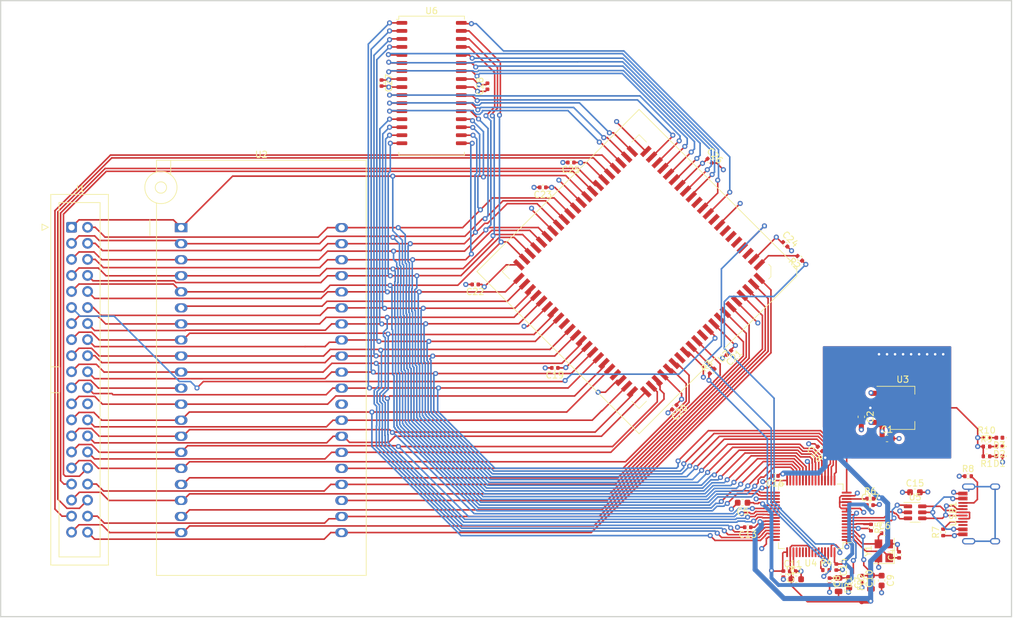
<source format=kicad_pcb>
(kicad_pcb (version 20211014) (generator pcbnew)

  (general
    (thickness 4.69)
  )

  (paper "A4")
  (layers
    (0 "F.Cu" signal)
    (1 "In1.Cu" signal)
    (2 "In2.Cu" signal)
    (31 "B.Cu" signal)
    (32 "B.Adhes" user "B.Adhesive")
    (33 "F.Adhes" user "F.Adhesive")
    (34 "B.Paste" user)
    (35 "F.Paste" user)
    (36 "B.SilkS" user "B.Silkscreen")
    (37 "F.SilkS" user "F.Silkscreen")
    (38 "B.Mask" user)
    (39 "F.Mask" user)
    (40 "Dwgs.User" user "User.Drawings")
    (41 "Cmts.User" user "User.Comments")
    (42 "Eco1.User" user "User.Eco1")
    (43 "Eco2.User" user "User.Eco2")
    (44 "Edge.Cuts" user)
    (45 "Margin" user)
    (46 "B.CrtYd" user "B.Courtyard")
    (47 "F.CrtYd" user "F.Courtyard")
    (48 "B.Fab" user)
    (49 "F.Fab" user)
    (50 "User.1" user)
    (51 "User.2" user)
    (52 "User.3" user)
    (53 "User.4" user)
    (54 "User.5" user)
    (55 "User.6" user)
    (56 "User.7" user)
    (57 "User.8" user)
    (58 "User.9" user)
  )

  (setup
    (stackup
      (layer "F.SilkS" (type "Top Silk Screen"))
      (layer "F.Paste" (type "Top Solder Paste"))
      (layer "F.Mask" (type "Top Solder Mask") (thickness 0.01))
      (layer "F.Cu" (type "copper") (thickness 0.035))
      (layer "dielectric 1" (type "core") (thickness 1.51) (material "FR4") (epsilon_r 4.5) (loss_tangent 0.02))
      (layer "In1.Cu" (type "copper") (thickness 0.035))
      (layer "dielectric 2" (type "prepreg") (thickness 1.51) (material "FR4") (epsilon_r 4.5) (loss_tangent 0.02))
      (layer "In2.Cu" (type "copper") (thickness 0.035))
      (layer "dielectric 3" (type "core") (thickness 1.51) (material "FR4") (epsilon_r 4.5) (loss_tangent 0.02))
      (layer "B.Cu" (type "copper") (thickness 0.035))
      (layer "B.Mask" (type "Bottom Solder Mask") (thickness 0.01))
      (layer "B.Paste" (type "Bottom Solder Paste"))
      (layer "B.SilkS" (type "Bottom Silk Screen"))
      (copper_finish "None")
      (dielectric_constraints no)
    )
    (pad_to_mask_clearance 0)
    (grid_origin 189.738 99.822)
    (pcbplotparams
      (layerselection 0x00010fc_ffffffff)
      (disableapertmacros false)
      (usegerberextensions false)
      (usegerberattributes true)
      (usegerberadvancedattributes true)
      (creategerberjobfile true)
      (svguseinch false)
      (svgprecision 6)
      (excludeedgelayer true)
      (plotframeref false)
      (viasonmask false)
      (mode 1)
      (useauxorigin false)
      (hpglpennumber 1)
      (hpglpenspeed 20)
      (hpglpendiameter 15.000000)
      (dxfpolygonmode true)
      (dxfimperialunits true)
      (dxfusepcbnewfont true)
      (psnegative false)
      (psa4output false)
      (plotreference true)
      (plotvalue true)
      (plotinvisibletext false)
      (sketchpadsonfab false)
      (subtractmaskfromsilk false)
      (outputformat 1)
      (mirror false)
      (drillshape 1)
      (scaleselection 1)
      (outputdirectory "")
    )
  )

  (net 0 "")
  (net 1 "GND")
  (net 2 "+3V3")
  (net 3 "/OSCI")
  (net 4 "/OSCO")
  (net 5 "Net-(C7-Pad1)")
  (net 6 "Net-(C10-Pad1)")
  (net 7 "Net-(D1-Pad2)")
  (net 8 "/FT_nRXLED")
  (net 9 "Net-(D2-Pad2)")
  (net 10 "/FT_nTXLED")
  (net 11 "Net-(D3-Pad2)")
  (net 12 "Net-(R2-Pad1)")
  (net 13 "Net-(R3-Pad1)")
  (net 14 "/EE_CLK")
  (net 15 "Net-(R4-Pad1)")
  (net 16 "Net-(R5-Pad1)")
  (net 17 "Net-(R6-Pad1)")
  (net 18 "Net-(R7-Pad2)")
  (net 19 "Net-(R8-Pad2)")
  (net 20 "/A11")
  (net 21 "/A12")
  (net 22 "/A13")
  (net 23 "/A14")
  (net 24 "/A15")
  (net 25 "/A0")
  (net 26 "/A1")
  (net 27 "/A2")
  (net 28 "/A3")
  (net 29 "/A4")
  (net 30 "/A5")
  (net 31 "/A6")
  (net 32 "/A7")
  (net 33 "/A8")
  (net 34 "/A9")
  (net 35 "/A10")
  (net 36 "/D4")
  (net 37 "/D3")
  (net 38 "/D5")
  (net 39 "/D6")
  (net 40 "/D2")
  (net 41 "/D7")
  (net 42 "/D0")
  (net 43 "/D1")
  (net 44 "USB_DM")
  (net 45 "USB_DP")
  (net 46 "unconnected-(U4-Pad36)")
  (net 47 "unconnected-(U4-Pad48)")
  (net 48 "unconnected-(U4-Pad52)")
  (net 49 "unconnected-(U4-Pad53)")
  (net 50 "unconnected-(U4-Pad57)")
  (net 51 "unconnected-(U4-Pad58)")
  (net 52 "unconnected-(U4-Pad59)")
  (net 53 "unconnected-(U4-Pad60)")
  (net 54 "Net-(U5-Pad4)")
  (net 55 "Net-(F1-Pad2)")
  (net 56 "Net-(U5-Pad6)")
  (net 57 "unconnected-(U7-Pad14)")
  (net 58 "+5V")
  (net 59 "/~{Z_CLK_1}")
  (net 60 "/~{Z_NMI_1}")
  (net 61 "/~{Z_MREQ_1}")
  (net 62 "/~{Z_BUSACK_1}")
  (net 63 "/~{Z_BUSRQ_1}")
  (net 64 "/~{Z_CLK_2}")
  (net 65 "/~{Z_NMI_2}")
  (net 66 "/~{Z_MREQ_2}")
  (net 67 "/~{Z_BUSACK_2}")
  (net 68 "/~{Z_BUSRQ_2}")
  (net 69 "/MD0")
  (net 70 "/MD1")
  (net 71 "/MD2")
  (net 72 "/MD3")
  (net 73 "unconnected-(U7-Pad62)")
  (net 74 "/MD4")
  (net 75 "/MD5")
  (net 76 "/MD6")
  (net 77 "/MD7")
  (net 78 "/A16")
  (net 79 "unconnected-(USB1-Pad3)")
  (net 80 "unconnected-(USB1-Pad9)")
  (net 81 "unconnected-(USB1-Pad13)")
  (net 82 "unconnected-(U7-Pad71)")
  (net 83 "/~{INT}")
  (net 84 "/~{HALT}")
  (net 85 "/~{IORQ}")
  (net 86 "/~{RD}")
  (net 87 "/~{WR}")
  (net 88 "/~{WAIT}")
  (net 89 "/~{RESET}")
  (net 90 "/~{M1}")
  (net 91 "/~{RFSH}")
  (net 92 "unconnected-(U4-Pad54)")
  (net 93 "unconnected-(U4-Pad55)")
  (net 94 "unconnected-(U7-Pad81)")
  (net 95 "+1V8")
  (net 96 "unconnected-(U7-Pad1)")
  (net 97 "/~{M_CE}")
  (net 98 "/~{M_WE}")
  (net 99 "/~{M_OE}")
  (net 100 "/EE_CS")
  (net 101 "/EE_DATA")
  (net 102 "unconnected-(U7-Pad20)")
  (net 103 "unconnected-(U7-Pad18)")
  (net 104 "unconnected-(U7-Pad17)")
  (net 105 "unconnected-(U7-Pad16)")
  (net 106 "unconnected-(U7-Pad23)")

  (footprint "Resistor_SMD:R_0402_1005Metric" (layer "F.Cu") (at 215.646 127.635))

  (footprint "Capacitor_SMD:C_0402_1005Metric" (layer "F.Cu") (at 210.3628 127.8128))

  (footprint "LED_SMD:LED_0402_1005Metric" (layer "F.Cu") (at 243.078 109.601 180))

  (footprint "Connector_IDC:IDC-Header_2x20_P2.54mm_Vertical" (layer "F.Cu") (at 96.225 73.375))

  (footprint "Capacitor_SMD:C_0603_1608Metric" (layer "F.Cu") (at 202.438 116.967 180))

  (footprint "Resistor_SMD:R_0402_1005Metric" (layer "F.Cu") (at 238.125 112.776))

  (footprint "Capacitor_SMD:C_0402_1005Metric" (layer "F.Cu") (at 227.203 125.222 90))

  (footprint "Package_TO_SOT_SMD:SOT-223-3_TabPin2" (layer "F.Cu") (at 227.7872 101.9556))

  (footprint "Capacitor_SMD:C_0402_1005Metric" (layer "F.Cu") (at 197.231 62.865 -45))

  (footprint "Capacitor_SMD:C_0402_1005Metric" (layer "F.Cu") (at 214.6808 108.458 135))

  (footprint "Capacitor_SMD:C_0402_1005Metric" (layer "F.Cu") (at 207.5688 112.7252 180))

  (footprint "Capacitor_SMD:C_0603_1608Metric" (layer "F.Cu") (at 224.4344 129.286 -90))

  (footprint "Capacitor_SMD:C_0603_1608Metric" (layer "F.Cu") (at 219.3036 129.6416 -90))

  (footprint "Capacitor_SMD:C_0402_1005Metric" (layer "F.Cu") (at 160.119 82.423 180))

  (footprint "Inductor_SMD:L_0805_2012Metric" (layer "F.Cu") (at 217.6272 129.9464 -90))

  (footprint "Resistor_SMD:R_0402_1005Metric" (layer "F.Cu") (at 211.4804 78.2828 135))

  (footprint "Z80ICE:SOJ-32_10.16x23.49mm_P1.27mm" (layer "F.Cu") (at 153.2128 51.816))

  (footprint "Package_QFP:LQFP-64_10x10mm_P0.5mm" (layer "F.Cu") (at 213.233 119.126 180))

  (footprint "Capacitor_SMD:C_0402_1005Metric" (layer "F.Cu") (at 208.8896 128.27 -90))

  (footprint "Capacitor_SMD:C_0402_1005Metric" (layer "F.Cu") (at 224.917 121.793))

  (footprint "Socket:DIP_Socket-40_W22.1_W22.86_W25.4_W27.94_W28.7_3M_240-3639-00-0602J" (layer "F.Cu") (at 113.569 73.43))

  (footprint "LED_SMD:LED_0402_1005Metric" (layer "F.Cu") (at 243.078 106.68 180))

  (footprint "Capacitor_SMD:C_0402_1005Metric" (layer "F.Cu") (at 170.815 67.056 180))

  (footprint "Capacitor_SMD:C_0402_1005Metric" (layer "F.Cu") (at 221.3356 128.9812 -90))

  (footprint "Inductor_SMD:L_0805_2012Metric" (layer "F.Cu") (at 222.758 129.54 90))

  (footprint "Capacitor_SMD:C_0402_1005Metric" (layer "F.Cu") (at 172.72 95.631 180))

  (footprint "Capacitor_SMD:C_0402_1005Metric" (layer "F.Cu") (at 175.26 63.119 180))

  (footprint "Resistor_SMD:R_0402_1005Metric" (layer "F.Cu") (at 241.046 109.6264 180))

  (footprint "Capacitor_SMD:C_0402_1005Metric" (layer "F.Cu") (at 222.6056 117.348))

  (footprint "Package_TO_SOT_SMD:SOT-23-6" (layer "F.Cu") (at 229.743 118.491))

  (footprint "Capacitor_SMD:C_0402_1005Metric" (layer "F.Cu") (at 203.2508 120.8532 180))

  (footprint "LED_SMD:LED_0402_1005Metric" (layer "F.Cu") (at 243.078 108.077 180))

  (footprint "Resistor_SMD:R_0402_1005Metric" (layer "F.Cu") (at 222.758 120.904 -90))

  (footprint "Resistor_SMD:R_0402_1005Metric" (layer "F.Cu") (at 241.046 106.68))

  (footprint "Capacitor_SMD:C_0402_1005Metric" (layer "F.Cu") (at 216.2048 129.3876 -90))

  (footprint "Capacitor_SMD:C_0603_1608Metric" (layer "F.Cu") (at 229.7176 115.316))

  (footprint "Resistor_SMD:R_0402_1005Metric" (layer "F.Cu") (at 197.612 96.139 45))

  (footprint "Resistor_SMD:R_0402_1005Metric" (layer "F.Cu") (at 234.188 121.666 90))

  (footprint "Capacitor_SMD:C_0402_1005Metric" (layer "F.Cu") (at 191.643 101.854 -135))

  (footprint "Capacitor_SMD:C_0402_1005Metric" (layer "F.Cu") (at 162.052 51.054 90))

  (footprint "Capacitor_SMD:C_0402_1005Metric" (layer "F.Cu") (at 217.2716 127.1524 -90))

  (footprint "Capacitor_SMD:C_0603_1608Metric" (layer "F.Cu") (at 225.298 106.807))

  (footprint "Capacitor_SMD:C_0402_1005Metric" (layer "F.Cu") (at 145.288 50.546 -90))

  (footprint "sm6uax:HRO-TYPE-C-31-M-12" (layer "F.Cu") (at 245.004 118.745 90))

  (footprint "Crystal:Crystal_SMD_3225-4Pin_3.2x2.5mm" (layer "F.Cu") (at 224.79 124.587 90))

  (footprint "Capacitor_SMD:C_0402_1005Metric" (layer "F.Cu") (at 200.279 93.218 -135))

  (footprint "Capacitor_SMD:C_0603_1608Metric" (layer "F.Cu") (at 221.234 103.378 -90))

  (footprint "Resistor_SMD:R_0402_1005Metric" (layer "F.Cu")
    (tedit 5F68FEEE) (tstamp e3b0d356-dda7-4c69-a4fc-ac52e6b8859d)
    (at 241.046 108.077)
    (descr "Resistor SMD 0402 (1005 Metric), square (rectangular) end terminal, IPC_7351 nominal, (Body size source: IPC-SM-782 page 72, https://www.pcb-3d.com/wordpress/wp-content/uploads/ipc-sm-782a_amendment_1_and_2.pdf), generated with kicad-footprint-generator")
    (tags "resistor")
    (prop
... [1375097 chars truncated]
</source>
